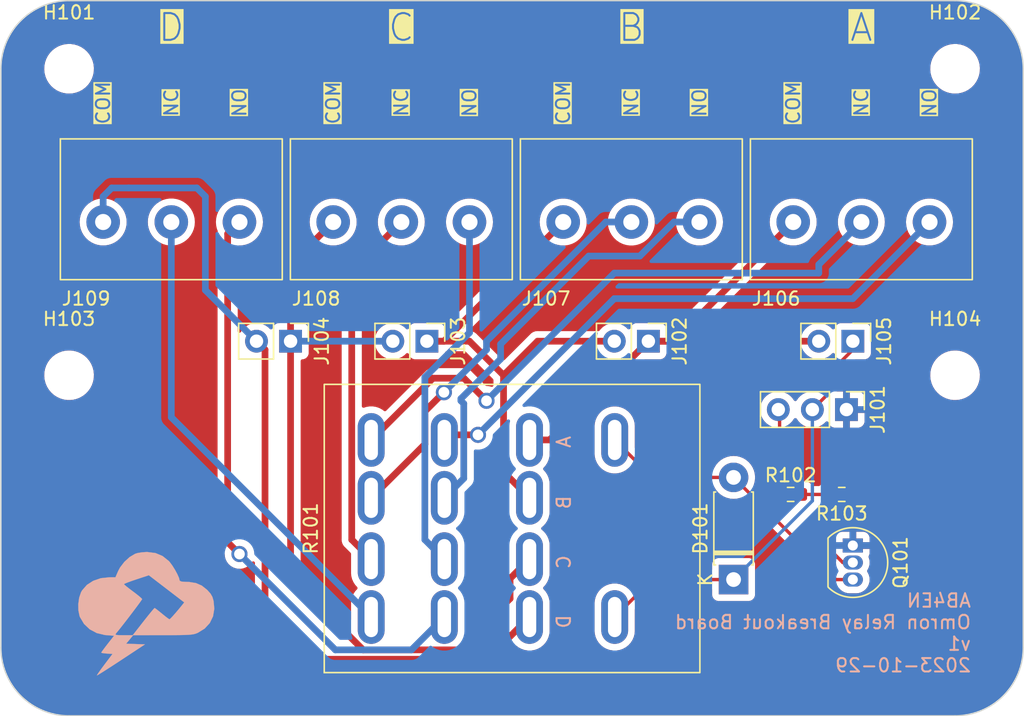
<source format=kicad_pcb>
(kicad_pcb (version 20221018) (generator pcbnew)
  (layers (0 "F.Cu" signal) (31 "B.Cu" signal) (34 "B.Paste" user) (35 "F.Paste" user) (36 "B.SilkS" user "B.Silkscreen") (37 "F.SilkS" user "F.Silkscreen") (38 "B.Mask" user) (39 "F.Mask" user) (44 "Edge.Cuts" user))
  (net 0 "")
  (net 1 "VSS")
  (net 2 "Net-(D101-A)")
  (net 3 "GND")
  (net 4 "/SIG")
  (net 5 "/COM_A")
  (net 6 "/COM_B")
  (net 7 "/COM_C")
  (net 8 "/COM_D")
  (net 9 "/NC_A")
  (net 10 "/NO_A")
  (net 11 "/NC_B")
  (net 12 "/NO_B")
  (net 13 "/NC_C")
  (net 14 "/NO_C")
  (net 15 "/NC_D")
  (net 16 "/NO_D")
  (net 17 "Net-(Q101-G)")
  (footprint "Connector_PinHeader_2.54mm:PinHeader_1x03_P2.54mm_Vertical" (layer "F.Cu") (at 215.425 94 -90)
    (fp_text reference "J101" (at 0 -2.33 90) (layer "F.SilkS"))
    (fp_text value "Conn_01x03_Pin")
    (fp_line (start -1.33 -1.33) (end 0 -1.33) (stroke (width 0.12)) (layer "F.SilkS"))
    (fp_line (start -1.33 0) (end -1.33 -1.33) (stroke (width 0.12)) (layer "F.SilkS"))
    (fp_line (start -1.33 1.27) (end -1.33 6.41) (stroke (width 0.12)) (layer "F.SilkS"))
    (fp_line (start -1.33 1.27) (end 1.33 1.27) (stroke (width 0.12)) (layer "F.SilkS"))
    (fp_line (start -1.33 6.41) (end 1.33 6.41) (stroke (width 0.12)) (layer "F.SilkS"))
    (fp_line (start 1.33 1.27) (end 1.33 6.41) (stroke (width 0.12)) (layer "F.SilkS"))
    (pad "1" thru_hole rect locked (at 0 0 270) (size 1.7 1.7) (drill 1) (layers "*.Cu" "*.Mask") (net 3 "GND"))
    (pad "2" thru_hole oval locked (at 0 2.54 270) (size 1.7 1.7) (drill 1) (layers "*.Cu" "*.Mask") (net 1 "VSS"))
    (pad "3" thru_hole oval locked (at 0 5.08 270) (size 1.7 1.7) (drill 1) (layers "*.Cu" "*.Mask") (net 4 "/SIG"))
  )
  (footprint "Resistor_SMD:R_0603_1608Metric" (layer "F.Cu") (at 215.075 100.33 180)
    (fp_text reference "R103" (at 0 -1.43) (layer "F.SilkS"))
    (fp_text value "100k")
    (fp_line (start -0.237258 -0.5225) (end 0.237258 -0.5225) (stroke (width 0.12)) (layer "F.SilkS"))
    (fp_line (start -0.237258 0.5225) (end 0.237258 0.5225) (stroke (width 0.12)) (layer "F.SilkS"))
    (pad "1" smd roundrect (at -0.825 0 180) (size 0.8 0.95) (layers "F.Cu" "F.Paste" "F.Mask") (net 3 "GND"))
    (pad "2" smd roundrect (at 0.825 0 180) (size 0.8 0.95) (layers "F.Cu" "F.Paste" "F.Mask") (net 17 "Net-(Q101-G)"))
  )
  (footprint "Connector_PinHeader_2.54mm:PinHeader_1x02_P2.54mm_Vertical" (layer "F.Cu") (at 200.66 88.9 -90)
    (fp_text reference "J102" (at 0 -2.33 90) (layer "F.SilkS"))
    (fp_text value "A - B")
    (fp_line (start -1.33 -1.33) (end 0 -1.33) (stroke (width 0.12)) (layer "F.SilkS"))
    (fp_line (start -1.33 0) (end -1.33 -1.33) (stroke (width 0.12)) (layer "F.SilkS"))
    (fp_line (start -1.33 1.27) (end -1.33 3.87) (stroke (width 0.12)) (layer "F.SilkS"))
    (fp_line (start -1.33 1.27) (end 1.33 1.27) (stroke (width 0.12)) (layer "F.SilkS"))
    (fp_line (start -1.33 3.87) (end 1.33 3.87) (stroke (width 0.12)) (layer "F.SilkS"))
    (fp_line (start 1.33 1.27) (end 1.33 3.87) (stroke (width 0.12)) (layer "F.SilkS"))
    (pad "1" thru_hole rect (at 0 0 270) (size 1.7 1.7) (drill 1) (layers "*.Cu" "*.Mask") (net 5 "/COM_A"))
    (pad "2" thru_hole oval (at 0 2.54 270) (size 1.7 1.7) (drill 1) (layers "*.Cu" "*.Mask") (net 6 "/COM_B"))
  )
  (footprint "BVH_Connectors_Misc:5.08mm_THT_PinHeader_01x03" (layer "F.Cu") (at 211.455 80.01)
    (fp_text reference "J106" (at -1.27 5.715 unlocked) (layer "F.SilkS"))
    (fp_text value "A")
    (fp_rect (start -3.19 -6.2) (end 13.35 4.3) (stroke (width 0.12)) (fill none) (layer "F.SilkS"))
    (pad "1" thru_hole circle (at 0 0) (size 2.5 2.5) (drill 1.2) (layers "*.Cu" "*.Mask") (net 5 "/COM_A"))
    (pad "2" thru_hole circle (at 5.08 0) (size 2.5 2.5) (drill 1.2) (layers "*.Cu" "*.Mask") (net 9 "/NC_A"))
    (pad "3" thru_hole circle (at 10.16 0) (size 2.5 2.5) (drill 1.2) (layers "*.Cu" "*.Mask") (net 10 "/NO_A"))
  )
  (footprint "Resistor_SMD:R_0603_1608Metric" (layer "F.Cu") (at 211.265 100.33)
    (fp_text reference "R102" (at 0 -1.43) (layer "F.SilkS"))
    (fp_text value "1k")
    (fp_line (start -0.237258 -0.5225) (end 0.237258 -0.5225) (stroke (width 0.12)) (layer "F.SilkS"))
    (fp_line (start -0.237258 0.5225) (end 0.237258 0.5225) (stroke (width 0.12)) (layer "F.SilkS"))
    (pad "1" smd roundrect (at -0.825 0) (size 0.8 0.95) (layers "F.Cu" "F.Paste" "F.Mask") (net 4 "/SIG"))
    (pad "2" smd roundrect (at 0.825 0) (size 0.8 0.95) (layers "F.Cu" "F.Paste" "F.Mask") (net 17 "Net-(Q101-G)"))
  )
  (footprint "BVH_Connectors_Misc:5.08mm_THT_PinHeader_01x03" (layer "F.Cu") (at 194.31 80.01)
    (fp_text reference "J107" (at -1.27 5.715 unlocked) (layer "F.SilkS"))
    (fp_text value "B")
    (fp_rect (start -3.19 -6.2) (end 13.35 4.3) (stroke (width 0.12)) (fill none) (layer "F.SilkS"))
    (pad "1" thru_hole circle (at 0 0) (size 2.5 2.5) (drill 1.2) (layers "*.Cu" "*.Mask") (net 6 "/COM_B"))
    (pad "2" thru_hole circle (at 5.08 0) (size 2.5 2.5) (drill 1.2) (layers "*.Cu" "*.Mask") (net 11 "/NC_B"))
    (pad "3" thru_hole circle (at 10.16 0) (size 2.5 2.5) (drill 1.2) (layers "*.Cu" "*.Mask") (net 12 "/NO_B"))
  )
  (footprint "BVH_Connectors_Misc:5.08mm_THT_PinHeader_01x03" (layer "F.Cu") (at 160.02 80.01)
    (fp_text reference "J109" (at -1.27 5.715 unlocked) (layer "F.SilkS"))
    (fp_text value "D")
    (fp_rect (start -3.19 -6.2) (end 13.35 4.3) (stroke (width 0.12)) (fill none) (layer "F.SilkS"))
    (pad "1" thru_hole circle (at 0 0) (size 2.5 2.5) (drill 1.2) (layers "*.Cu" "*.Mask") (net 8 "/COM_D"))
    (pad "2" thru_hole circle (at 5.08 0) (size 2.5 2.5) (drill 1.2) (layers "*.Cu" "*.Mask") (net 15 "/NC_D"))
    (pad "3" thru_hole circle (at 10.16 0) (size 2.5 2.5) (drill 1.2) (layers "*.Cu" "*.Mask") (net 16 "/NO_D"))
  )
  (footprint "Connector_PinHeader_2.54mm:PinHeader_1x02_P2.54mm_Vertical" (layer "F.Cu") (at 184.15 88.9 -90)
    (fp_text reference "J103" (at 0 -2.33 90) (layer "F.SilkS"))
    (fp_text value "B - C")
    (fp_line (start -1.33 -1.33) (end 0 -1.33) (stroke (width 0.12)) (layer "F.SilkS"))
    (fp_line (start -1.33 0) (end -1.33 -1.33) (stroke (width 0.12)) (layer "F.SilkS"))
    (fp_line (start -1.33 1.27) (end -1.33 3.87) (stroke (width 0.12)) (layer "F.SilkS"))
    (fp_line (start -1.33 1.27) (end 1.33 1.27) (stroke (width 0.12)) (layer "F.SilkS"))
    (fp_line (start -1.33 3.87) (end 1.33 3.87) (stroke (width 0.12)) (layer "F.SilkS"))
    (fp_line (start 1.33 1.27) (end 1.33 3.87) (stroke (width 0.12)) (layer "F.SilkS"))
    (pad "1" thru_hole rect (at 0 0 270) (size 1.7 1.7) (drill 1) (layers "*.Cu" "*.Mask") (net 6 "/COM_B"))
    (pad "2" thru_hole oval (at 0 2.54 270) (size 1.7 1.7) (drill 1) (layers "*.Cu" "*.Mask") (net 7 "/COM_C"))
  )
  (footprint "Connector_PinHeader_2.54mm:PinHeader_1x02_P2.54mm_Vertical" (layer "F.Cu") (at 215.9 88.9 -90)
    (fp_text reference "J105" (at 0 -2.33 90) (layer "F.SilkS"))
    (fp_text value "VIN - A")
    (fp_line (start -1.33 -1.33) (end 0 -1.33) (stroke (width 0.12)) (layer "F.SilkS"))
    (fp_line (start -1.33 0) (end -1.33 -1.33) (stroke (width 0.12)) (layer "F.SilkS"))
    (fp_line (start -1.33 1.27) (end -1.33 3.87) (stroke (width 0.12)) (layer "F.SilkS"))
    (fp_line (start -1.33 1.27) (end 1.33 1.27) (stroke (width 0.12)) (layer "F.SilkS"))
    (fp_line (start -1.33 3.87) (end 1.33 3.87) (stroke (width 0.12)) (layer "F.SilkS"))
    (fp_line (start 1.33 1.27) (end 1.33 3.87) (stroke (width 0.12)) (layer "F.SilkS"))
    (pad "1" thru_hole rect (at 0 0 270) (size 1.7 1.7) (drill 1) (layers "*.Cu" "*.Mask") (net 1 "VSS"))
    (pad "2" thru_hole oval (at 0 2.54 270) (size 1.7 1.7) (drill 1) (layers "*.Cu" "*.Mask") (net 5 "/COM_A"))
  )
  (footprint "BVH_Switches:OMRON_MY4" (layer "F.Cu") (at 190.5 102.87 90)
    (fp_text reference "R101" (at 0 -15 90 unlocked) (layer "F.SilkS"))
    (fp_text value "~")
    (fp_rect (start -10.75 -14) (end 10.75 14) (stroke (width 0.12)) (fill none) (layer "F.SilkS"))
    (pad "1" thru_hole oval (at 6.605 -10.5 90) (size 4 2) (drill oval 3 1) (layers "*.Cu" "*.Mask") (net 9 "/NC_A"))
    (pad "2" thru_hole oval (at 2.285 -10.5 90) (size 4 2) (drill oval 3 1) (layers "*.Cu" "*.Mask") (net 11 "/NC_B"))
    (pad "3" thru_hole oval (at -2.285 -10.5 90) (size 4 2) (drill oval 3 1) (layers "*.Cu" "*.Mask") (net 13 "/NC_C"))
    (pad "4" thru_hole oval (at -6.605 -10.5 90) (size 4 2) (drill oval 3 1) (layers "*.Cu" "*.Mask") (net 15 "/NC_D"))
    (pad "5" thru_hole oval (at 6.605 -5.05 90) (size 4 2) (drill oval 3 1) (layers "*.Cu" "*.Mask") (net 10 "/NO_A"))
    (pad "6" thru_hole oval (at 2.285 -5.05 90) (size 4 2) (drill oval 3 1) (layers "*.Cu" "*.Mask") (net 12 "/NO_B"))
    (pad "7" thru_hole oval (at -2.285 -5.05 90) (size 4 2) (drill oval 3 1) (layers "*.Cu" "*.Mask") (net 14 "/NO_C"))
    (pad "8" thru_hole oval (at -6.605 -5.05 90) (size 4 2) (drill oval 3 1) (layers "*.Cu" "*.Mask") (net 16 "/NO_D"))
    (pad "9" thru_hole oval (at 6.605 1.3 90) (size 4 2) (drill oval 3 1) (layers "*.Cu" "*.Mask") (net 5 "/COM_A"))
    (pad "10" thru_hole oval (at 2.285 1.3 90) (size 4 2) (drill oval 3 1) (layers "*.Cu" "*.Mask") (net 6 "/COM_B"))
    (pad "11" thru_hole oval (at -2.285 1.3 90) (size 4 2) (drill oval 3 1) (layers "*.Cu" "*.Mask") (net 7 "/COM_C"))
    (pad "12" thru_hole oval (at -6.605 1.3 90) (size 4 2) (drill oval 3 1) (layers "*.Cu" "*.Mask") (net 8 "/COM_D"))
    (pad "13" thru_hole oval (at 6.605 7.65 90) (size 4 2) (drill oval 3 1) (layers "*.Cu" "*.Mask") (net 2 "Net-(D101-A)"))
    (pad "14" thru_hole oval (at -6.605 7.65 90) (size 4 2) (drill oval 3 1) (layers "*.Cu" "*.Mask") (net 1 "VSS"))
  )
  (footprint "MountingHole:MountingHole_3.2mm_M3" (layer "F.Cu") (at 157.48 68.58)
    (fp_text reference "H101" (at 0 -4.2) (layer "F.SilkS"))
    (fp_text value "MountingHole")
    (pad "" np_thru_hole circle locked (at 0 0) (size 3.2 3.2) (drill 3.2) (layers "*.Cu" "*.Mask"))
  )
  (footprint "BVH_Connectors_Misc:5.08mm_THT_PinHeader_01x03" (layer "F.Cu") (at 177.165 80.01)
    (fp_text reference "J108" (at -1.27 5.715 unlocked) (layer "F.SilkS"))
    (fp_text value "C")
    (fp_rect (start -3.19 -6.2) (end 13.35 4.3) (stroke (width 0.12)) (fill none) (layer "F.SilkS"))
    (pad "1" thru_hole circle (at 0 0) (size 2.5 2.5) (drill 1.2) (layers "*.Cu" "*.Mask") (net 7 "/COM_C"))
    (pad "2" thru_hole circle (at 5.08 0) (size 2.5 2.5) (drill 1.2) (layers "*.Cu" "*.Mask") (net 13 "/NC_C"))
    (pad "3" thru_hole circle (at 10.16 0) (size 2.5 2.5) (drill 1.2) (layers "*.Cu" "*.Mask") (net 14 "/NO_C"))
  )
  (footprint "Diode_THT:D_DO-41_SOD81_P7.62mm_Horizontal" (layer "F.Cu") (at 207.01 106.68 90)
    (fp_text reference "D101" (at 3.81 -2.47 90) (layer "F.SilkS"))
    (fp_text value "D")
    (fp_text user "K" (at 0 -2.1 90) (layer "F.SilkS"))
    (fp_line (start 1.09 -1.47) (end 6.53 -1.47) (stroke (width 0.12)) (layer "F.SilkS"))
    (fp_line (start 1.09 -1.34) (end 1.09 -1.47) (stroke (width 0.12)) (layer "F.SilkS"))
    (fp_line (start 1.09 1.34) (end 1.09 1.47) (stroke (width 0.12)) (layer "F.SilkS"))
    (fp_line (start 1.09 1.47) (end 6.53 1.47) (stroke (width 0.12)) (layer "F.SilkS"))
    (fp_line (start 1.87 -1.47) (end 1.87 1.47) (stroke (width 0.12)) (layer "F.SilkS"))
    (fp_line (start 1.99 -1.47) (end 1.99 1.47) (stroke (width 0.12)) (layer "F.SilkS"))
    (fp_line (start 2.11 -1.47) (end 2.11 1.47) (stroke (width 0.12)) (layer "F.SilkS"))
    (fp_line (start 6.53 -1.47) (end 6.53 -1.34) (stroke (width 0.12)) (layer "F.SilkS"))
    (fp_line (start 6.53 1.47) (end 6.53 1.34) (stroke (width 0.12)) (layer "F.SilkS"))
    (pad "1" thru_hole rect (at 0 0 90) (size 2.2 2.2) (drill 1.1) (layers "*.Cu" "*.Mask") (net 1 "VSS"))
    (pad "2" thru_hole oval (at 7.62 0 90) (size 2.2 2.2) (drill 1.1) (layers "*.Cu" "*.Mask") (net 2 "Net-(D101-A)"))
  )
  (footprint "BVH_Logos:SkyIron_logo_Back" (layer "F.Cu") (at 162.56 109.22)
    (fp_text reference "G***" hide)
    (fp_text value "LOGO" hide)
    (fp_poly (pts (xy 0.352298 -4.573742) (xy 0.020909 -4.517714) (xy -0.158124 -4.462771) (xy -0.568729 -4.218391) (xy -0.960714 -3.860141) (xy -1.282732 -3.44029) (xy -1.423622 -3.174524) (xy -1.623737 -2.712223) (xy -2.089404 -2.710306) (xy -2.720813 -2.641024) (xy -3.283692 -2.447098) (xy -3.754039 -2.141285) (xy -4.107855 -1.736342) (xy -4.189405 -1.594084) (xy -4.327557 -1.193063) (xy -4.393634 -0.714943) (xy -4.38447 -0.230464) (xy -4.296899 0.189635) (xy -4.272125 0.254) (xy -3.96779 0.76751) (xy -3.543426 1.170759) (xy -3.017406 1.45105) (xy -2.408103 1.595686) (xy -2.318135 1.604313) (xy -1.730121 1.651) (xy -2.206096 2.258653) (xy -2.415447 2.530443) (xy -2.57786 2.749903) (xy -2.669836 2.884854) (xy -2.68207 2.910395) (xy -2.605941 2.940286) (xy -2.41146 2.9681) (xy -2.262451 2.980076) (xy -1.842832 3.005667) (xy -2.43912 3.795609) (xy -2.66994 4.106555) (xy -2.854143 4.364629) (xy -2.972683 4.542435) (xy -3.006906 4.612312) (xy -2.931538 4.575026) (xy -2.734381 4.456125) (xy -2.434629 4.267785) (xy -2.051479 4.022182) (xy -1.604125 3.731492) (xy -1.200404 3.46641) (xy 0.577596 2.293746) (xy -0.122819 2.268707) (xy -0.823235 2.243667) (xy -0.299075 1.608667) (xy 1.917261 1.606807) (xy 2.5952 1.605383) (xy 3.126469 1.601369) (xy 3.533727 1.593245) (xy 3.839631 1.579491) (xy 4.066842 1.558584) (xy 4.238018 1.529005) (xy 4.375819 1.489233) (xy 4.502904 1.437746) (xy 4.514596 1.432483) (xy 5.028188 1.116403) (xy 5.409697 0.701144) (xy 5.651277 0.20259) (xy 5.745077 -0.363375) (xy 5.700865 -0.836434) (xy 3.502838 -0.836434) (xy 3.352551 -0.647268) (xy 3.106614 -0.344738) (xy 2.863604 -0.057756) (xy 2.648923 0.184998) (xy 2.487973 0.354841) (xy 2.406159 0.423095) (xy 2.404315 0.423334) (xy 2.319153 0.372883) (xy 2.140171 0.239209) (xy 1.902512 0.048824) (xy 1.846068 0.00215) (xy 1.601324 -0.197243) (xy 1.408953 -0.346257) (xy 1.303542 -0.418301) (xy 1.295421 -0.421183) (xy 1.230775 -0.358752) (xy 1.081728 -0.185219) (xy 0.867281 0.07642) (xy 0.606438 0.403172) (xy 0.457611 0.592667) (xy -0.336024 1.608667) (xy -1.014169 1.608667) (xy -1.347314 1.606201) (xy -1.538528 1.593901) (xy -1.615196 1.564409) (xy -1.604702 1.51037) (xy -1.565741 1.4605) (xy -1.399739 1.259055) (xy -1.176672 0.978433) (xy -0.915862 0.644065) (xy -0.636634 0.281383) (xy -0.35831 -0.084183) (xy -0.100215 -0.427202) (xy 0.118329 -0.722242) (xy 0.277996 -0.943873) (xy 0.359465 -1.066663) (xy 0.36593 -1.081696) (xy 0.301878 -1.158891) (xy 0.129362 -1.309563) (xy -0.122157 -1.508952) (xy -0.311404 -1.651) (xy -0.59765 -1.866231) (xy -0.824037 -2.045344) (xy -0.961251 -2.164631) (xy -0.988737 -2.1988) (xy -0.913374 -2.243222) (xy -0.708531 -2.326799) (xy -0.406075 -2.437298) (xy -0.06203 -2.554522) (xy 0.864676 -2.860681) (xy 2.183757 -1.848558) (xy 3.502838 -0.836434) (xy 5.700865 -0.836434) (xy 5.69049 -0.94744) (xy 5.604056 -1.246889) (xy 5.464262 -1.492027) (xy 5.229643 -1.753243) (xy 5.196794 -1.785465) (xy 4.811365 -2.090263) (xy 4.38453 -2.276987) (xy 3.872369 -2.361616) (xy 3.588104 -2.370666) (xy 3.29564 -2.390779) (xy 3.166767 -2.451268) (xy 3.159863 -2.4765) (xy 3.113249 -2.665778) (xy 2.990991 -2.943484) (xy 2.819216 -3.262706) (xy 2.624052 -3.576536) (xy 2.431628 -3.838063) (xy 2.351763 -3.92734) (xy 1.886228 -4.298801) (xy 1.359586 -4.518799) (xy 0.751632 -4.595544) (xy 0.706572 -4.595766) (xy 0.352298 -4.573742)) (stroke (width 0.01)) (fill solid) (layer "B.SilkS"))
  )
  (footprint "MountingHole:MountingHole_3.2mm_M3" (layer "F.Cu") (at 223.52 91.44)
    (fp_text reference "H104" (at 0 -4.2) (layer "F.SilkS"))
    (fp_text value "MountingHole")
    (pad "" np_thru_hole circle locked (at 0 0) (size 3.2 3.2) (drill 3.2) (layers "*.Cu" "*.Mask"))
  )
  (footprint "MountingHole:MountingHole_3.2mm_M3" (layer "F.Cu") (at 157.48 91.44)
    (fp_text reference "H103" (at 0 -4.2) (layer "F.SilkS"))
    (fp_text value "MountingHole")
    (pad "" np_thru_hole circle locked (at 0 0) (size 3.2 3.2) (drill 3.2) (layers "*.Cu" "*.Mask"))
  )
  (footprint "Connector_PinHeader_2.54mm:PinHeader_1x02_P2.54mm_Vertical" (layer "F.Cu") (at 173.99 88.9 -90)
    (fp_text reference "J104" (at 0 -2.33 90) (layer "F.SilkS"))
    (fp_text value "C - D")
    (fp_line (start -1.33 -1.33) (end 0 -1.33) (stroke (width 0.12)) (layer "F.SilkS"))
    (fp_line (start -1.33 0) (end -1.33 -1.33) (stroke (width 0.12)) (layer "F.SilkS"))
    (fp_line (start -1.33 1.27) (end -1.33 3.87) (stroke (width 0.12)) (layer "F.SilkS"))
    (fp_line (start -1.33 1.27) (end 1.33 1.27) (stroke (width 0.12)) (layer "F.SilkS"))
    (fp_line (start -1.33 3.87) (end 1.33 3.87) (stroke (width 0.12)) (layer "F.SilkS"))
    (fp_line (start 1.33 1.27) (end 1.33 3.87) (stroke (width 0.12)) (layer "F.SilkS"))
    (pad "1" thru_hole rect (at 0 0 270) (size 1.7 1.7) (drill 1) (layers "*.Cu" "*.Mask") (net 7 "/COM_C"))
    (pad "2" thru_hole oval (at 0 2.54 270) (size 1.7 1.7) (drill 1) (layers "*.Cu" "*.Mask") (net 8 "/COM_D"))
  )
  (footprint "MountingHole:MountingHole_3.2mm_M3" (layer "F.Cu") (at 223.52 68.58)
    (fp_text reference "H102" (at 0 -4.2) (layer "F.SilkS"))
    (fp_text value "MountingHole")
    (pad "" np_thru_hole circle locked (at 0 0) (size 3.2 3.2) (drill 3.2) (layers "*.Cu" "*.Mask"))
  )
  (footprint "Package_TO_SOT_THT:TO-92_Inline" (layer "F.Cu") (at 215.9 104.14 -90)
    (fp_text reference "Q101" (at 1.27 -3.56 90) (layer "F.SilkS"))
    (fp_text value "2N7000")
    (fp_line (start -0.53 1.85) (end 3.07 1.85) (stroke (width 0.12)) (layer "F.SilkS"))
    (fp_arc (start -0.568478 1.838478) (mid -1.132087 -0.994977) (end 1.27 -2.6) (stroke (width 0.12)) (layer "F.SilkS"))
    (fp_arc (start 1.27 -2.6) (mid 3.672087 -0.994977) (end 3.108478 1.838478) (stroke (width 0.12)) (layer "F.SilkS"))
    (pad "1" thru_hole rect (at 0 0 270) (size 1.05 1.5) (drill 0.75) (layers "*.Cu" "*.Mask") (net 3 "GND"))
    (pad "2" thru_hole oval (at 1.27 0 270) (size 1.05 1.5) (drill 0.75) (layers "*.Cu" "*.Mask") (net 17 "Net-(Q101-G)"))
    (pad "3" thru_hole oval (at 2.54 0 270) (size 1.05 1.5) (drill 0.75) (layers "*.Cu" "*.Mask") (net 2 "Net-(D101-A)"))
  )
  (gr_line (start 157.48 63.5) (end 223.52 63.5) (stroke (width 0.1)) (layer "Edge.Cuts"))
  (gr_arc (start 223.52 63.5) (mid 227.112102 64.987898) (end 228.6 68.58) (stroke (width 0.1)) (layer "Edge.Cuts"))
  (gr_arc (start 152.4 68.58) (mid 153.887898 64.987898) (end 157.48 63.5) (stroke (width 0.1)) (layer "Edge.Cuts"))
  (gr_line (start 223.52 116.84) (end 157.48 116.84) (stroke (width 0.1)) (layer "Edge.Cuts"))
  (gr_arc (start 157.48 116.84) (mid 153.887898 115.352102) (end 152.4 111.76) (stroke (width 0.1)) (layer "Edge.Cuts"))
  (gr_line (start 228.6 68.58) (end 228.6 111.76) (stroke (width 0.1)) (layer "Edge.Cuts"))
  (gr_arc (start 228.6 111.76) (mid 227.112102 115.352102) (end 223.52 116.84) (stroke (width 0.1)) (layer "Edge.Cuts"))
  (gr_line (start 152.4 111.76) (end 152.4 68.58) (stroke (width 0.1)) (layer "Edge.Cuts"))
  (gr_text "C" (at 194.945 104.775 90) (layer "B.SilkS") (effects (font (size 1 1)) (justify left bottom mirror)))
  (gr_text "D" (at 194.945 109.22 90) (layer "B.SilkS") (effects (font (size 1 1)) (justify left bottom mirror)))
  (gr_text "B" (at 194.945 100.33 90) (layer "B.SilkS") (effects (font (size 1 1)) (justify left bottom mirror)))
  (gr_text "AB4EN\nOmron Relay Breakout Board\nv1\n2023-10-29" (at 224.79 113.665) (layer "B.SilkS") (effects (font (size 1 1)) (justify left bottom mirror)))
  (gr_text "A" (at 194.945 95.885 90) (layer "B.SilkS") (effects (font (size 1 1)) (justify left bottom mirror)))
  (gr_text "COM" (at 211.455 71.12 90) (layer "F.SilkS" knockout) (effects (font (size 1 1))))
  (gr_text "NC" (at 216.535 71.12 90) (layer "F.SilkS" knockout) (effects (font (size 1 1))))
  (gr_text "NO" (at 170.18 71.12 90) (layer "F.SilkS" knockout) (effects (font (size 1 1))))
  (gr_text "COM" (at 194.31 71.12 90) (layer "F.SilkS" knockout) (effects (font (size 1 1))))
  (gr_text "NO" (at 221.615 71.12 90) (layer "F.SilkS" knockout) (effects (font (size 1 1))))
  (gr_text "D" (at 165.1 66.675) (layer "F.SilkS" knockout) (effects (font (size 2 2)) (justify bottom)))
  (gr_text "B" (at 199.39 66.675) (layer "F.SilkS" knockout) (effects (font (size 2 2)) (justify bottom)))
  (gr_text "NC" (at 182.245 71.12 90) (layer "F.SilkS" knockout) (effects (font (size 1 1))))
  (gr_text "A" (at 216.535 66.675) (layer "F.SilkS" knockout) (effects (font (size 2 2)) (justify bottom)))
  (gr_text "NO" (at 204.47 71.12 90) (layer "F.SilkS" knockout) (effects (font (size 1 1))))
  (gr_text "NO" (at 187.325 71.12 90) (layer "F.SilkS" knockout) (effects (font (size 1 1))))
  (gr_text "COM" (at 160.02 71.12 90) (layer "F.SilkS" knockout) (effects (font (size 1 1))))
  (gr_text "NC" (at 199.39 71.12 90) (layer "F.SilkS" knockout) (effects (font (size 1 1))))
  (gr_text "NC" (at 165.1 71.12 90) (layer "F.SilkS" knockout) (effects (font (size 1 1))))
  (gr_text "COM" (at 177.165 71.12 90) (layer "F.SilkS" knockout) (effects (font (size 1 1))))
  (gr_text "C" (at 182.245 66.675) (layer "F.SilkS" knockout) (effects (font (size 2 2)) (justify bottom)))
  (segment (start 213.995 91.44) (end 213.995 92.89) (width 0.25) (layer "F.Cu") (net 1))
  (segment (start 198.15 109.475) (end 200.945 106.68) (width 0.25) (layer "F.Cu") (net 1))
  (segment (start 213.995 92.89) (end 212.885 94) (width 0.25) (layer "F.Cu") (net 1))
  (segment (start 215.9 89.535) (end 213.995 91.44) (width 0.25) (layer "F.Cu") (net 1))
  (segment (start 200.945 106.68) (end 207.01 106.68) (width 0.25) (layer "F.Cu") (net 1))
  (segment (start 215.9 88.9) (end 215.9 89.535) (width 0.25) (layer "F.Cu") (net 1))
  (segment (start 207.01 106.68) (end 212.885 100.805) (width 0.25) (layer "B.Cu") (net 1))
  (segment (start 212.885 100.805) (end 212.885 94) (width 0.25) (layer "B.Cu") (net 1))
  (segment (start 214.63 106.68) (end 215.9 106.68) (width 0.25) (layer "F.Cu") (net 2))
  (segment (start 200.945 99.06) (end 207.01 99.06) (width 0.25) (layer "F.Cu") (net 2))
  (segment (start 198.15 96.265) (end 200.945 99.06) (width 0.25) (layer "F.Cu") (net 2))
  (segment (start 207.01 99.06) (end 214.63 106.68) (width 0.25) (layer "F.Cu") (net 2))
  (segment (start 210.44 100.33) (end 210.44 94.095) (width 0.25) (layer "F.Cu") (net 4))
  (segment (start 210.44 94.095) (end 210.345 94) (width 0.25) (layer "F.Cu") (net 4))
  (segment (start 191.8 96.265) (end 193.295 96.265) (width 0.5) (layer "F.Cu") (net 5))
  (segment (start 193.295 96.265) (end 200.66 88.9) (width 0.5) (layer "F.Cu") (net 5))
  (segment (start 213.36 88.9) (end 200.66 88.9) (width 0.5) (layer "F.Cu") (net 5))
  (segment (start 200.66 88.9) (end 202.565 88.9) (width 0.5) (layer "F.Cu") (net 5))
  (segment (start 202.565 88.9) (end 211.455 80.01) (width 0.5) (layer "F.Cu") (net 5))
  (segment (start 189.865 91.44) (end 189.865 98.65) (width 0.5) (layer "F.Cu") (net 6))
  (segment (start 189.865 91.44) (end 192.405 88.9) (width 0.5) (layer "F.Cu") (net 6))
  (segment (start 192.405 88.9) (end 198.12 88.9) (width 0.5) (layer "F.Cu") (net 6))
  (segment (start 187.325 88.9) (end 189.865 91.44) (width 0.5) (layer "F.Cu") (net 6))
  (segment (start 185.42 88.9) (end 194.31 80.01) (width 0.5) (layer "F.Cu") (net 6))
  (segment (start 189.865 98.65) (end 191.8 100.585) (width 0.5) (layer "F.Cu") (net 6))
  (segment (start 184.15 88.9) (end 187.325 88.9) (width 0.5) (layer "F.Cu") (net 6))
  (segment (start 184.15 88.9) (end 185.42 88.9) (width 0.5) (layer "F.Cu") (net 6))
  (segment (start 190.35 106.605) (end 190.35 108.1) (width 0.5) (layer "F.Cu") (net 7))
  (segment (start 191.8 105.155) (end 190.35 106.605) (width 0.5) (layer "F.Cu") (net 7))
  (segment (start 179.39856 111.923717) (end 173.99 106.515157) (width 0.5) (layer "F.Cu") (net 7))
  (segment (start 173.99 88.9) (end 173.99 83.185) (width 0.5) (layer "F.Cu") (net 7))
  (segment (start 173.99 106.515157) (end 173.99 88.9) (width 0.5) (layer "F.Cu") (net 7))
  (segment (start 190.35 108.1) (end 186.526283 111.923717) (width 0.5) (layer "F.Cu") (net 7))
  (segment (start 173.99 83.185) (end 177.165 80.01) (width 0.5) (layer "F.Cu") (net 7))
  (segment (start 186.526283 111.923717) (end 179.39856 111.923717) (width 0.5) (layer "F.Cu") (net 7))
  (segment (start 181.61 88.9) (end 173.99 88.9) (width 0.5) (layer "B.Cu") (net 7))
  (segment (start 174.853717 112.623717) (end 172.085 109.855) (width 0.5) (layer "F.Cu") (net 8))
  (segment (start 172.085 109.855) (end 172.085 89.535) (width 0.5) (layer "F.Cu") (net 8))
  (segment (start 188.651283 112.623717) (end 174.853717 112.623717) (width 0.5) (layer "F.Cu") (net 8))
  (segment (start 191.8 109.475) (end 188.651283 112.623717) (width 0.5) (layer "F.Cu") (net 8))
  (segment (start 172.085 89.535) (end 171.45 88.9) (width 0.5) (layer "F.Cu") (net 8))
  (segment (start 160.02 80.01) (end 160.02 78.105) (width 0.5) (layer "B.Cu") (net 8))
  (segment (start 171.45 88.9) (end 167.64 85.09) (width 0.5) (layer "B.Cu") (net 8))
  (segment (start 167.64 85.09) (end 167.64 78.105) (width 0.5) (layer "B.Cu") (net 8))
  (segment (start 160.02 78.105) (end 160.655 77.47) (width 0.5) (layer "B.Cu") (net 8))
  (segment (start 167.64 78.105) (end 167.005 77.47) (width 0.5) (layer "B.Cu") (net 8))
  (segment (start 160.655 77.47) (end 161.925 77.47) (width 0.5) (layer "B.Cu") (net 8))
  (segment (start 167.005 77.47) (end 161.925 77.47) (width 0.5) (layer "B.Cu") (net 8))
  (segment (start 186.91 91.66) (end 188.595 93.345) (width 0.5) (layer "F.Cu") (net 9))
  (segment (start 180 96.265) (end 184.605 91.66) (width 0.5) (layer "F.Cu") (net 9))
  (segment (start 184.605 91.66) (end 186.91 91.66) (width 0.5) (layer "F.Cu") (net 9))
  (via (at 188.595 93.345) (size 1.2) (drill 0.8) (layers "F.Cu" "B.Cu") (net 9))
  (segment (start 213.36 83.185) (end 216.535 80.01) (width 0.5) (layer "B.Cu") (net 9))
  (segment (start 198.12 83.82) (end 213.36 83.82) (width 0.5) (layer "B.Cu") (net 9))
  (segment (start 188.595 93.345) (end 198.12 83.82) (width 0.5) (layer "B.Cu") (net 9))
  (segment (start 213.36 83.82) (end 213.36 83.185) (width 0.5) (layer "B.Cu") (net 9))
  (segment (start 185.705 96.52) (end 185.45 96.265) (width 0.5) (layer "F.Cu") (net 10))
  (segment (start 187.96 95.885) (end 185.83 95.885) (width 0.5) (layer "F.Cu") (net 10))
  (segment (start 185.83 95.885) (end 185.45 96.265) (width 0.5) (layer "F.Cu") (net 10))
  (via (at 187.96 95.885) (size 1.2) (drill 0.8) (layers "F.Cu" "B.Cu") (net 10))
  (segment (start 215.9 85.725) (end 221.615 80.01) (width 0.5) (layer "B.Cu") (net 10))
  (segment (start 198.12 85.725) (end 215.9 85.725) (width 0.5) (layer "B.Cu") (net 10))
  (segment (start 187.96 95.885) (end 198.12 85.725) (width 0.5) (layer "B.Cu") (net 10))
  (segment (start 184 94.13) (end 185.42 92.71) (width 0.5) (layer "F.Cu") (net 11))
  (segment (start 180 100.585) (end 184 96.585) (width 0.5) (layer "F.Cu") (net 11))
  (segment (start 184 96.585) (end 184 94.13) (width 0.5) (layer "F.Cu") (net 11))
  (via (at 185.42 92.71) (size 1.2) (drill 0.8) (layers "F.Cu" "B.Cu") (net 11))
  (segment (start 188.595 89.535) (end 188.595 88.9) (width 0.5) (layer "B.Cu") (net 11))
  (segment (start 197.485 80.01) (end 199.39 80.01) (width 0.5) (layer "B.Cu") (net 11))
  (segment (start 185.42 92.71) (end 188.595 89.535) (width 0.5) (layer "B.Cu") (net 11))
  (segment (start 188.595 88.9) (end 197.485 80.01) (width 0.5) (layer "B.Cu") (net 11))
  (segment (start 185.45 100.585) (end 185.8 100.585) (width 0.5) (layer "F.Cu") (net 12))
  (segment (start 186.69 93.345) (end 186.9 93.555) (width 0.5) (layer "B.Cu") (net 12))
  (segment (start 189.645 89.12) (end 196.215 82.55) (width 0.5) (layer "B.Cu") (net 12))
  (segment (start 200.025 82.55) (end 202.565 80.01) (width 0.5) (layer "B.Cu") (net 12))
  (segment (start 202.565 80.01) (end 204.47 80.01) (width 0.5) (layer "B.Cu") (net 12))
  (segment (start 196.215 82.55) (end 200.025 82.55) (width 0.5) (layer "B.Cu") (net 12))
  (segment (start 186.9 99.135) (end 185.45 100.585) (width 0.5) (layer "B.Cu") (net 12))
  (segment (start 189.645 89.12) (end 189.645 90.229843) (width 0.5) (layer "B.Cu") (net 12))
  (segment (start 186.9 93.555) (end 186.9 99.135) (width 0.5) (layer "B.Cu") (net 12))
  (segment (start 189.645 90.229843) (end 186.69 93.184843) (width 0.5) (layer "B.Cu") (net 12))
  (segment (start 186.69 93.184843) (end 186.69 93.345) (width 0.5) (layer "B.Cu") (net 12))
  (segment (start 178.55 83.705) (end 182.245 80.01) (width 0.5) (layer "F.Cu") (net 13))
  (segment (start 178.55 103.705) (end 178.55 83.705) (width 0.5) (layer "F.Cu") (net 13))
  (segment (start 180 105.155) (end 178.55 103.705) (width 0.5) (layer "F.Cu") (net 13))
  (segment (start 184 103.705) (end 184 91.59) (width 0.5) (layer "B.Cu") (net 14))
  (segment (start 187.325 88.265) (end 187.325 80.01) (width 0.5) (layer "B.Cu") (net 14))
  (segment (start 184 91.59) (end 187.325 88.265) (width 0.5) (layer "B.Cu") (net 14))
  (segment (start 185.45 105.155) (end 184 103.705) (width 0.5) (layer "B.Cu") (net 14))
  (segment (start 165.1 94.575) (end 165.1 80.01) (width 0.5) (layer "B.Cu") (net 15))
  (segment (start 180 109.475) (end 165.1 94.575) (width 0.5) (layer "B.Cu") (net 15))
  (segment (start 169.299479 103.894479) (end 169.299479 80.890521) (width 0.5) (layer "F.Cu") (net 16))
  (segment (start 170.18 104.775) (end 169.299479 103.894479) (width 0.5) (layer "F.Cu") (net 16))
  (segment (start 169.299479 80.890521) (end 170.18 80.01) (width 0.5) (layer "F.Cu") (net 16))
  (via (at 170.18 104.775) (size 1.2) (drill 0.8) (layers "F.Cu" "B.Cu") (net 16))
  (segment (start 185.45 109.475) (end 183.001283 111.923717) (width 0.5) (layer "B.Cu") (net 16))
  (segment (start 183.001283 111.923717) (end 177.328717 111.923717) (width 0.5) (layer "B.Cu") (net 16))
  (segment (start 177.328717 111.923717) (end 170.18 104.775) (width 0.5) (layer "B.Cu") (net 16))
  (segment (start 215.9 105.41) (end 215.153675 105.41) (width 0.25) (layer "F.Cu") (net 17))
  (segment (start 214.25 100.33) (end 212.09 100.33) (width 0.25) (layer "F.Cu") (net 17))
  (segment (start 214.25 104.506325) (end 214.25 100.33) (width 0.25) (layer "F.Cu") (net 17))
  (segment (start 215.153675 105.41) (end 214.25 104.506325) (width 0.25) (layer "F.Cu") (net 17))
  (zone (net 3) (net_name "GND") (layer "F.Cu") (connect_pads (clearance 0.5)) (min_thickness 0.25) (fill yes (thermal_gap 0.5) (thermal_bridge_width 0.5))
    (polygon (pts (xy 152.4 63.5) (xy 228.6 63.5) (xy 228.6 116.84) (xy 152.4 116.84)))
  )
  (zone (net 3) (net_name "GND") (layer "B.Cu") (connect_pads (clearance 0.5)) (min_thickness 0.25) (fill yes (thermal_gap 0.5) (thermal_bridge_width 0.5))
    (polygon (pts (xy 152.4 63.5) (xy 228.6 63.5) (xy 228.6 116.84) (xy 152.4 116.84)))
  )
)
</source>
